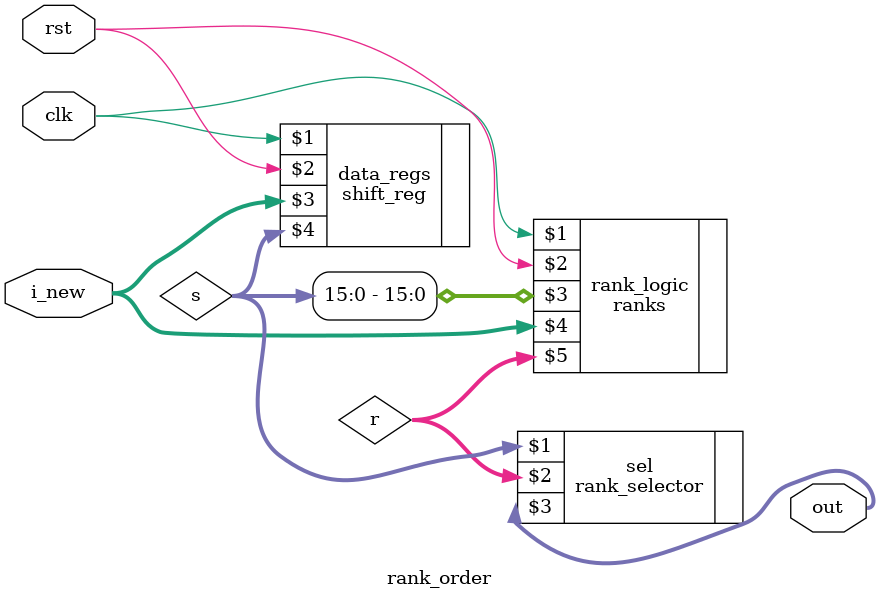
<source format=v>
module rank_order #(
    parameter N = 3,
    parameter data_bits = 8,
    parameter rank_bits = 2,
    parameter RANK_SEL = 1
) (
    input clk,
    input rst,
    input [data_bits-1 : 0] i_new,
    output [data_bits-1 : 0] out
);
    wire [data_bits*N-1:0] s;
    wire [rank_bits*N-1:0] r;

    shift_reg #(data_bits, N) data_regs(clk, rst, i_new, s);

    ranks #(data_bits, rank_bits, N) 
        rank_logic (clk, 
           rst,
           s[data_bits * (N-1) -1 : 0],
           i_new,
           r);

    rank_selector #(N,data_bits, rank_bits, RANK_SEL) 
        sel(s,r, out); 

endmodule
</source>
